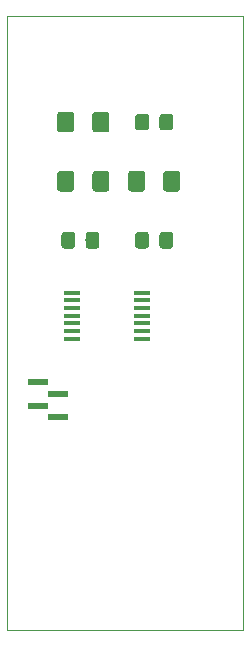
<source format=gbr>
G04 #@! TF.GenerationSoftware,KiCad,Pcbnew,(5.0.0)*
G04 #@! TF.CreationDate,2018-11-30T23:52:53-03:00*
G04 #@! TF.ProjectId,TP_Final,54505F46696E616C2E6B696361645F70,1*
G04 #@! TF.SameCoordinates,Original*
G04 #@! TF.FileFunction,Paste,Top*
G04 #@! TF.FilePolarity,Positive*
%FSLAX46Y46*%
G04 Gerber Fmt 4.6, Leading zero omitted, Abs format (unit mm)*
G04 Created by KiCad (PCBNEW (5.0.0)) date 11/30/18 23:52:53*
%MOMM*%
%LPD*%
G01*
G04 APERTURE LIST*
%ADD10C,0.100000*%
%ADD11R,1.450000X0.450000*%
%ADD12C,1.425000*%
%ADD13R,1.750000X0.600000*%
%ADD14C,1.150000*%
G04 APERTURE END LIST*
D10*
X167000000Y-44000000D02*
X147000000Y-44000000D01*
X167000000Y-96000000D02*
X167000000Y-44000000D01*
X147000000Y-96000000D02*
X167000000Y-96000000D01*
X147000000Y-44000000D02*
X147000000Y-96000000D01*
D11*
G04 #@! TO.C,U1*
X158437801Y-67432901D03*
X158437801Y-68082901D03*
X158437801Y-68732901D03*
X158437801Y-69382901D03*
X158437801Y-70032901D03*
X158437801Y-70682901D03*
X158437801Y-71332901D03*
X152537801Y-71332901D03*
X152537801Y-70682901D03*
X152537801Y-70032901D03*
X152537801Y-69382901D03*
X152537801Y-68732901D03*
X152537801Y-68082901D03*
X152537801Y-67432901D03*
G04 #@! TD*
D10*
G04 #@! TO.C,C1*
G36*
X155474504Y-52126204D02*
X155498773Y-52129804D01*
X155522571Y-52135765D01*
X155545671Y-52144030D01*
X155567849Y-52154520D01*
X155588893Y-52167133D01*
X155608598Y-52181747D01*
X155626777Y-52198223D01*
X155643253Y-52216402D01*
X155657867Y-52236107D01*
X155670480Y-52257151D01*
X155680970Y-52279329D01*
X155689235Y-52302429D01*
X155695196Y-52326227D01*
X155698796Y-52350496D01*
X155700000Y-52375000D01*
X155700000Y-53625000D01*
X155698796Y-53649504D01*
X155695196Y-53673773D01*
X155689235Y-53697571D01*
X155680970Y-53720671D01*
X155670480Y-53742849D01*
X155657867Y-53763893D01*
X155643253Y-53783598D01*
X155626777Y-53801777D01*
X155608598Y-53818253D01*
X155588893Y-53832867D01*
X155567849Y-53845480D01*
X155545671Y-53855970D01*
X155522571Y-53864235D01*
X155498773Y-53870196D01*
X155474504Y-53873796D01*
X155450000Y-53875000D01*
X154525000Y-53875000D01*
X154500496Y-53873796D01*
X154476227Y-53870196D01*
X154452429Y-53864235D01*
X154429329Y-53855970D01*
X154407151Y-53845480D01*
X154386107Y-53832867D01*
X154366402Y-53818253D01*
X154348223Y-53801777D01*
X154331747Y-53783598D01*
X154317133Y-53763893D01*
X154304520Y-53742849D01*
X154294030Y-53720671D01*
X154285765Y-53697571D01*
X154279804Y-53673773D01*
X154276204Y-53649504D01*
X154275000Y-53625000D01*
X154275000Y-52375000D01*
X154276204Y-52350496D01*
X154279804Y-52326227D01*
X154285765Y-52302429D01*
X154294030Y-52279329D01*
X154304520Y-52257151D01*
X154317133Y-52236107D01*
X154331747Y-52216402D01*
X154348223Y-52198223D01*
X154366402Y-52181747D01*
X154386107Y-52167133D01*
X154407151Y-52154520D01*
X154429329Y-52144030D01*
X154452429Y-52135765D01*
X154476227Y-52129804D01*
X154500496Y-52126204D01*
X154525000Y-52125000D01*
X155450000Y-52125000D01*
X155474504Y-52126204D01*
X155474504Y-52126204D01*
G37*
D12*
X154987500Y-53000000D03*
D10*
G36*
X152499504Y-52126204D02*
X152523773Y-52129804D01*
X152547571Y-52135765D01*
X152570671Y-52144030D01*
X152592849Y-52154520D01*
X152613893Y-52167133D01*
X152633598Y-52181747D01*
X152651777Y-52198223D01*
X152668253Y-52216402D01*
X152682867Y-52236107D01*
X152695480Y-52257151D01*
X152705970Y-52279329D01*
X152714235Y-52302429D01*
X152720196Y-52326227D01*
X152723796Y-52350496D01*
X152725000Y-52375000D01*
X152725000Y-53625000D01*
X152723796Y-53649504D01*
X152720196Y-53673773D01*
X152714235Y-53697571D01*
X152705970Y-53720671D01*
X152695480Y-53742849D01*
X152682867Y-53763893D01*
X152668253Y-53783598D01*
X152651777Y-53801777D01*
X152633598Y-53818253D01*
X152613893Y-53832867D01*
X152592849Y-53845480D01*
X152570671Y-53855970D01*
X152547571Y-53864235D01*
X152523773Y-53870196D01*
X152499504Y-53873796D01*
X152475000Y-53875000D01*
X151550000Y-53875000D01*
X151525496Y-53873796D01*
X151501227Y-53870196D01*
X151477429Y-53864235D01*
X151454329Y-53855970D01*
X151432151Y-53845480D01*
X151411107Y-53832867D01*
X151391402Y-53818253D01*
X151373223Y-53801777D01*
X151356747Y-53783598D01*
X151342133Y-53763893D01*
X151329520Y-53742849D01*
X151319030Y-53720671D01*
X151310765Y-53697571D01*
X151304804Y-53673773D01*
X151301204Y-53649504D01*
X151300000Y-53625000D01*
X151300000Y-52375000D01*
X151301204Y-52350496D01*
X151304804Y-52326227D01*
X151310765Y-52302429D01*
X151319030Y-52279329D01*
X151329520Y-52257151D01*
X151342133Y-52236107D01*
X151356747Y-52216402D01*
X151373223Y-52198223D01*
X151391402Y-52181747D01*
X151411107Y-52167133D01*
X151432151Y-52154520D01*
X151454329Y-52144030D01*
X151477429Y-52135765D01*
X151501227Y-52129804D01*
X151525496Y-52126204D01*
X151550000Y-52125000D01*
X152475000Y-52125000D01*
X152499504Y-52126204D01*
X152499504Y-52126204D01*
G37*
D12*
X152012500Y-53000000D03*
G04 #@! TD*
D10*
G04 #@! TO.C,C2*
G36*
X161474504Y-57126204D02*
X161498773Y-57129804D01*
X161522571Y-57135765D01*
X161545671Y-57144030D01*
X161567849Y-57154520D01*
X161588893Y-57167133D01*
X161608598Y-57181747D01*
X161626777Y-57198223D01*
X161643253Y-57216402D01*
X161657867Y-57236107D01*
X161670480Y-57257151D01*
X161680970Y-57279329D01*
X161689235Y-57302429D01*
X161695196Y-57326227D01*
X161698796Y-57350496D01*
X161700000Y-57375000D01*
X161700000Y-58625000D01*
X161698796Y-58649504D01*
X161695196Y-58673773D01*
X161689235Y-58697571D01*
X161680970Y-58720671D01*
X161670480Y-58742849D01*
X161657867Y-58763893D01*
X161643253Y-58783598D01*
X161626777Y-58801777D01*
X161608598Y-58818253D01*
X161588893Y-58832867D01*
X161567849Y-58845480D01*
X161545671Y-58855970D01*
X161522571Y-58864235D01*
X161498773Y-58870196D01*
X161474504Y-58873796D01*
X161450000Y-58875000D01*
X160525000Y-58875000D01*
X160500496Y-58873796D01*
X160476227Y-58870196D01*
X160452429Y-58864235D01*
X160429329Y-58855970D01*
X160407151Y-58845480D01*
X160386107Y-58832867D01*
X160366402Y-58818253D01*
X160348223Y-58801777D01*
X160331747Y-58783598D01*
X160317133Y-58763893D01*
X160304520Y-58742849D01*
X160294030Y-58720671D01*
X160285765Y-58697571D01*
X160279804Y-58673773D01*
X160276204Y-58649504D01*
X160275000Y-58625000D01*
X160275000Y-57375000D01*
X160276204Y-57350496D01*
X160279804Y-57326227D01*
X160285765Y-57302429D01*
X160294030Y-57279329D01*
X160304520Y-57257151D01*
X160317133Y-57236107D01*
X160331747Y-57216402D01*
X160348223Y-57198223D01*
X160366402Y-57181747D01*
X160386107Y-57167133D01*
X160407151Y-57154520D01*
X160429329Y-57144030D01*
X160452429Y-57135765D01*
X160476227Y-57129804D01*
X160500496Y-57126204D01*
X160525000Y-57125000D01*
X161450000Y-57125000D01*
X161474504Y-57126204D01*
X161474504Y-57126204D01*
G37*
D12*
X160987500Y-58000000D03*
D10*
G36*
X158499504Y-57126204D02*
X158523773Y-57129804D01*
X158547571Y-57135765D01*
X158570671Y-57144030D01*
X158592849Y-57154520D01*
X158613893Y-57167133D01*
X158633598Y-57181747D01*
X158651777Y-57198223D01*
X158668253Y-57216402D01*
X158682867Y-57236107D01*
X158695480Y-57257151D01*
X158705970Y-57279329D01*
X158714235Y-57302429D01*
X158720196Y-57326227D01*
X158723796Y-57350496D01*
X158725000Y-57375000D01*
X158725000Y-58625000D01*
X158723796Y-58649504D01*
X158720196Y-58673773D01*
X158714235Y-58697571D01*
X158705970Y-58720671D01*
X158695480Y-58742849D01*
X158682867Y-58763893D01*
X158668253Y-58783598D01*
X158651777Y-58801777D01*
X158633598Y-58818253D01*
X158613893Y-58832867D01*
X158592849Y-58845480D01*
X158570671Y-58855970D01*
X158547571Y-58864235D01*
X158523773Y-58870196D01*
X158499504Y-58873796D01*
X158475000Y-58875000D01*
X157550000Y-58875000D01*
X157525496Y-58873796D01*
X157501227Y-58870196D01*
X157477429Y-58864235D01*
X157454329Y-58855970D01*
X157432151Y-58845480D01*
X157411107Y-58832867D01*
X157391402Y-58818253D01*
X157373223Y-58801777D01*
X157356747Y-58783598D01*
X157342133Y-58763893D01*
X157329520Y-58742849D01*
X157319030Y-58720671D01*
X157310765Y-58697571D01*
X157304804Y-58673773D01*
X157301204Y-58649504D01*
X157300000Y-58625000D01*
X157300000Y-57375000D01*
X157301204Y-57350496D01*
X157304804Y-57326227D01*
X157310765Y-57302429D01*
X157319030Y-57279329D01*
X157329520Y-57257151D01*
X157342133Y-57236107D01*
X157356747Y-57216402D01*
X157373223Y-57198223D01*
X157391402Y-57181747D01*
X157411107Y-57167133D01*
X157432151Y-57154520D01*
X157454329Y-57144030D01*
X157477429Y-57135765D01*
X157501227Y-57129804D01*
X157525496Y-57126204D01*
X157550000Y-57125000D01*
X158475000Y-57125000D01*
X158499504Y-57126204D01*
X158499504Y-57126204D01*
G37*
D12*
X158012500Y-58000000D03*
G04 #@! TD*
D10*
G04 #@! TO.C,C3*
G36*
X152499504Y-57126204D02*
X152523773Y-57129804D01*
X152547571Y-57135765D01*
X152570671Y-57144030D01*
X152592849Y-57154520D01*
X152613893Y-57167133D01*
X152633598Y-57181747D01*
X152651777Y-57198223D01*
X152668253Y-57216402D01*
X152682867Y-57236107D01*
X152695480Y-57257151D01*
X152705970Y-57279329D01*
X152714235Y-57302429D01*
X152720196Y-57326227D01*
X152723796Y-57350496D01*
X152725000Y-57375000D01*
X152725000Y-58625000D01*
X152723796Y-58649504D01*
X152720196Y-58673773D01*
X152714235Y-58697571D01*
X152705970Y-58720671D01*
X152695480Y-58742849D01*
X152682867Y-58763893D01*
X152668253Y-58783598D01*
X152651777Y-58801777D01*
X152633598Y-58818253D01*
X152613893Y-58832867D01*
X152592849Y-58845480D01*
X152570671Y-58855970D01*
X152547571Y-58864235D01*
X152523773Y-58870196D01*
X152499504Y-58873796D01*
X152475000Y-58875000D01*
X151550000Y-58875000D01*
X151525496Y-58873796D01*
X151501227Y-58870196D01*
X151477429Y-58864235D01*
X151454329Y-58855970D01*
X151432151Y-58845480D01*
X151411107Y-58832867D01*
X151391402Y-58818253D01*
X151373223Y-58801777D01*
X151356747Y-58783598D01*
X151342133Y-58763893D01*
X151329520Y-58742849D01*
X151319030Y-58720671D01*
X151310765Y-58697571D01*
X151304804Y-58673773D01*
X151301204Y-58649504D01*
X151300000Y-58625000D01*
X151300000Y-57375000D01*
X151301204Y-57350496D01*
X151304804Y-57326227D01*
X151310765Y-57302429D01*
X151319030Y-57279329D01*
X151329520Y-57257151D01*
X151342133Y-57236107D01*
X151356747Y-57216402D01*
X151373223Y-57198223D01*
X151391402Y-57181747D01*
X151411107Y-57167133D01*
X151432151Y-57154520D01*
X151454329Y-57144030D01*
X151477429Y-57135765D01*
X151501227Y-57129804D01*
X151525496Y-57126204D01*
X151550000Y-57125000D01*
X152475000Y-57125000D01*
X152499504Y-57126204D01*
X152499504Y-57126204D01*
G37*
D12*
X152012500Y-58000000D03*
D10*
G36*
X155474504Y-57126204D02*
X155498773Y-57129804D01*
X155522571Y-57135765D01*
X155545671Y-57144030D01*
X155567849Y-57154520D01*
X155588893Y-57167133D01*
X155608598Y-57181747D01*
X155626777Y-57198223D01*
X155643253Y-57216402D01*
X155657867Y-57236107D01*
X155670480Y-57257151D01*
X155680970Y-57279329D01*
X155689235Y-57302429D01*
X155695196Y-57326227D01*
X155698796Y-57350496D01*
X155700000Y-57375000D01*
X155700000Y-58625000D01*
X155698796Y-58649504D01*
X155695196Y-58673773D01*
X155689235Y-58697571D01*
X155680970Y-58720671D01*
X155670480Y-58742849D01*
X155657867Y-58763893D01*
X155643253Y-58783598D01*
X155626777Y-58801777D01*
X155608598Y-58818253D01*
X155588893Y-58832867D01*
X155567849Y-58845480D01*
X155545671Y-58855970D01*
X155522571Y-58864235D01*
X155498773Y-58870196D01*
X155474504Y-58873796D01*
X155450000Y-58875000D01*
X154525000Y-58875000D01*
X154500496Y-58873796D01*
X154476227Y-58870196D01*
X154452429Y-58864235D01*
X154429329Y-58855970D01*
X154407151Y-58845480D01*
X154386107Y-58832867D01*
X154366402Y-58818253D01*
X154348223Y-58801777D01*
X154331747Y-58783598D01*
X154317133Y-58763893D01*
X154304520Y-58742849D01*
X154294030Y-58720671D01*
X154285765Y-58697571D01*
X154279804Y-58673773D01*
X154276204Y-58649504D01*
X154275000Y-58625000D01*
X154275000Y-57375000D01*
X154276204Y-57350496D01*
X154279804Y-57326227D01*
X154285765Y-57302429D01*
X154294030Y-57279329D01*
X154304520Y-57257151D01*
X154317133Y-57236107D01*
X154331747Y-57216402D01*
X154348223Y-57198223D01*
X154366402Y-57181747D01*
X154386107Y-57167133D01*
X154407151Y-57154520D01*
X154429329Y-57144030D01*
X154452429Y-57135765D01*
X154476227Y-57129804D01*
X154500496Y-57126204D01*
X154525000Y-57125000D01*
X155450000Y-57125000D01*
X155474504Y-57126204D01*
X155474504Y-57126204D01*
G37*
D12*
X154987500Y-58000000D03*
G04 #@! TD*
D13*
G04 #@! TO.C,J4*
X149625000Y-75000000D03*
X149625000Y-77000000D03*
X151375000Y-76000000D03*
X151375000Y-78000000D03*
G04 #@! TD*
D10*
G04 #@! TO.C,R1*
G36*
X160874505Y-52301204D02*
X160898773Y-52304804D01*
X160922572Y-52310765D01*
X160945671Y-52319030D01*
X160967850Y-52329520D01*
X160988893Y-52342132D01*
X161008599Y-52356747D01*
X161026777Y-52373223D01*
X161043253Y-52391401D01*
X161057868Y-52411107D01*
X161070480Y-52432150D01*
X161080970Y-52454329D01*
X161089235Y-52477428D01*
X161095196Y-52501227D01*
X161098796Y-52525495D01*
X161100000Y-52549999D01*
X161100000Y-53450001D01*
X161098796Y-53474505D01*
X161095196Y-53498773D01*
X161089235Y-53522572D01*
X161080970Y-53545671D01*
X161070480Y-53567850D01*
X161057868Y-53588893D01*
X161043253Y-53608599D01*
X161026777Y-53626777D01*
X161008599Y-53643253D01*
X160988893Y-53657868D01*
X160967850Y-53670480D01*
X160945671Y-53680970D01*
X160922572Y-53689235D01*
X160898773Y-53695196D01*
X160874505Y-53698796D01*
X160850001Y-53700000D01*
X160199999Y-53700000D01*
X160175495Y-53698796D01*
X160151227Y-53695196D01*
X160127428Y-53689235D01*
X160104329Y-53680970D01*
X160082150Y-53670480D01*
X160061107Y-53657868D01*
X160041401Y-53643253D01*
X160023223Y-53626777D01*
X160006747Y-53608599D01*
X159992132Y-53588893D01*
X159979520Y-53567850D01*
X159969030Y-53545671D01*
X159960765Y-53522572D01*
X159954804Y-53498773D01*
X159951204Y-53474505D01*
X159950000Y-53450001D01*
X159950000Y-52549999D01*
X159951204Y-52525495D01*
X159954804Y-52501227D01*
X159960765Y-52477428D01*
X159969030Y-52454329D01*
X159979520Y-52432150D01*
X159992132Y-52411107D01*
X160006747Y-52391401D01*
X160023223Y-52373223D01*
X160041401Y-52356747D01*
X160061107Y-52342132D01*
X160082150Y-52329520D01*
X160104329Y-52319030D01*
X160127428Y-52310765D01*
X160151227Y-52304804D01*
X160175495Y-52301204D01*
X160199999Y-52300000D01*
X160850001Y-52300000D01*
X160874505Y-52301204D01*
X160874505Y-52301204D01*
G37*
D14*
X160525000Y-53000000D03*
D10*
G36*
X158824505Y-52301204D02*
X158848773Y-52304804D01*
X158872572Y-52310765D01*
X158895671Y-52319030D01*
X158917850Y-52329520D01*
X158938893Y-52342132D01*
X158958599Y-52356747D01*
X158976777Y-52373223D01*
X158993253Y-52391401D01*
X159007868Y-52411107D01*
X159020480Y-52432150D01*
X159030970Y-52454329D01*
X159039235Y-52477428D01*
X159045196Y-52501227D01*
X159048796Y-52525495D01*
X159050000Y-52549999D01*
X159050000Y-53450001D01*
X159048796Y-53474505D01*
X159045196Y-53498773D01*
X159039235Y-53522572D01*
X159030970Y-53545671D01*
X159020480Y-53567850D01*
X159007868Y-53588893D01*
X158993253Y-53608599D01*
X158976777Y-53626777D01*
X158958599Y-53643253D01*
X158938893Y-53657868D01*
X158917850Y-53670480D01*
X158895671Y-53680970D01*
X158872572Y-53689235D01*
X158848773Y-53695196D01*
X158824505Y-53698796D01*
X158800001Y-53700000D01*
X158149999Y-53700000D01*
X158125495Y-53698796D01*
X158101227Y-53695196D01*
X158077428Y-53689235D01*
X158054329Y-53680970D01*
X158032150Y-53670480D01*
X158011107Y-53657868D01*
X157991401Y-53643253D01*
X157973223Y-53626777D01*
X157956747Y-53608599D01*
X157942132Y-53588893D01*
X157929520Y-53567850D01*
X157919030Y-53545671D01*
X157910765Y-53522572D01*
X157904804Y-53498773D01*
X157901204Y-53474505D01*
X157900000Y-53450001D01*
X157900000Y-52549999D01*
X157901204Y-52525495D01*
X157904804Y-52501227D01*
X157910765Y-52477428D01*
X157919030Y-52454329D01*
X157929520Y-52432150D01*
X157942132Y-52411107D01*
X157956747Y-52391401D01*
X157973223Y-52373223D01*
X157991401Y-52356747D01*
X158011107Y-52342132D01*
X158032150Y-52329520D01*
X158054329Y-52319030D01*
X158077428Y-52310765D01*
X158101227Y-52304804D01*
X158125495Y-52301204D01*
X158149999Y-52300000D01*
X158800001Y-52300000D01*
X158824505Y-52301204D01*
X158824505Y-52301204D01*
G37*
D14*
X158475000Y-53000000D03*
G04 #@! TD*
D10*
G04 #@! TO.C,R2*
G36*
X160874505Y-62301204D02*
X160898773Y-62304804D01*
X160922572Y-62310765D01*
X160945671Y-62319030D01*
X160967850Y-62329520D01*
X160988893Y-62342132D01*
X161008599Y-62356747D01*
X161026777Y-62373223D01*
X161043253Y-62391401D01*
X161057868Y-62411107D01*
X161070480Y-62432150D01*
X161080970Y-62454329D01*
X161089235Y-62477428D01*
X161095196Y-62501227D01*
X161098796Y-62525495D01*
X161100000Y-62549999D01*
X161100000Y-63450001D01*
X161098796Y-63474505D01*
X161095196Y-63498773D01*
X161089235Y-63522572D01*
X161080970Y-63545671D01*
X161070480Y-63567850D01*
X161057868Y-63588893D01*
X161043253Y-63608599D01*
X161026777Y-63626777D01*
X161008599Y-63643253D01*
X160988893Y-63657868D01*
X160967850Y-63670480D01*
X160945671Y-63680970D01*
X160922572Y-63689235D01*
X160898773Y-63695196D01*
X160874505Y-63698796D01*
X160850001Y-63700000D01*
X160199999Y-63700000D01*
X160175495Y-63698796D01*
X160151227Y-63695196D01*
X160127428Y-63689235D01*
X160104329Y-63680970D01*
X160082150Y-63670480D01*
X160061107Y-63657868D01*
X160041401Y-63643253D01*
X160023223Y-63626777D01*
X160006747Y-63608599D01*
X159992132Y-63588893D01*
X159979520Y-63567850D01*
X159969030Y-63545671D01*
X159960765Y-63522572D01*
X159954804Y-63498773D01*
X159951204Y-63474505D01*
X159950000Y-63450001D01*
X159950000Y-62549999D01*
X159951204Y-62525495D01*
X159954804Y-62501227D01*
X159960765Y-62477428D01*
X159969030Y-62454329D01*
X159979520Y-62432150D01*
X159992132Y-62411107D01*
X160006747Y-62391401D01*
X160023223Y-62373223D01*
X160041401Y-62356747D01*
X160061107Y-62342132D01*
X160082150Y-62329520D01*
X160104329Y-62319030D01*
X160127428Y-62310765D01*
X160151227Y-62304804D01*
X160175495Y-62301204D01*
X160199999Y-62300000D01*
X160850001Y-62300000D01*
X160874505Y-62301204D01*
X160874505Y-62301204D01*
G37*
D14*
X160525000Y-63000000D03*
D10*
G36*
X158824505Y-62301204D02*
X158848773Y-62304804D01*
X158872572Y-62310765D01*
X158895671Y-62319030D01*
X158917850Y-62329520D01*
X158938893Y-62342132D01*
X158958599Y-62356747D01*
X158976777Y-62373223D01*
X158993253Y-62391401D01*
X159007868Y-62411107D01*
X159020480Y-62432150D01*
X159030970Y-62454329D01*
X159039235Y-62477428D01*
X159045196Y-62501227D01*
X159048796Y-62525495D01*
X159050000Y-62549999D01*
X159050000Y-63450001D01*
X159048796Y-63474505D01*
X159045196Y-63498773D01*
X159039235Y-63522572D01*
X159030970Y-63545671D01*
X159020480Y-63567850D01*
X159007868Y-63588893D01*
X158993253Y-63608599D01*
X158976777Y-63626777D01*
X158958599Y-63643253D01*
X158938893Y-63657868D01*
X158917850Y-63670480D01*
X158895671Y-63680970D01*
X158872572Y-63689235D01*
X158848773Y-63695196D01*
X158824505Y-63698796D01*
X158800001Y-63700000D01*
X158149999Y-63700000D01*
X158125495Y-63698796D01*
X158101227Y-63695196D01*
X158077428Y-63689235D01*
X158054329Y-63680970D01*
X158032150Y-63670480D01*
X158011107Y-63657868D01*
X157991401Y-63643253D01*
X157973223Y-63626777D01*
X157956747Y-63608599D01*
X157942132Y-63588893D01*
X157929520Y-63567850D01*
X157919030Y-63545671D01*
X157910765Y-63522572D01*
X157904804Y-63498773D01*
X157901204Y-63474505D01*
X157900000Y-63450001D01*
X157900000Y-62549999D01*
X157901204Y-62525495D01*
X157904804Y-62501227D01*
X157910765Y-62477428D01*
X157919030Y-62454329D01*
X157929520Y-62432150D01*
X157942132Y-62411107D01*
X157956747Y-62391401D01*
X157973223Y-62373223D01*
X157991401Y-62356747D01*
X158011107Y-62342132D01*
X158032150Y-62329520D01*
X158054329Y-62319030D01*
X158077428Y-62310765D01*
X158101227Y-62304804D01*
X158125495Y-62301204D01*
X158149999Y-62300000D01*
X158800001Y-62300000D01*
X158824505Y-62301204D01*
X158824505Y-62301204D01*
G37*
D14*
X158475000Y-63000000D03*
G04 #@! TD*
D10*
G04 #@! TO.C,R3*
G36*
X152574505Y-62301204D02*
X152598773Y-62304804D01*
X152622572Y-62310765D01*
X152645671Y-62319030D01*
X152667850Y-62329520D01*
X152688893Y-62342132D01*
X152708599Y-62356747D01*
X152726777Y-62373223D01*
X152743253Y-62391401D01*
X152757868Y-62411107D01*
X152770480Y-62432150D01*
X152780970Y-62454329D01*
X152789235Y-62477428D01*
X152795196Y-62501227D01*
X152798796Y-62525495D01*
X152800000Y-62549999D01*
X152800000Y-63450001D01*
X152798796Y-63474505D01*
X152795196Y-63498773D01*
X152789235Y-63522572D01*
X152780970Y-63545671D01*
X152770480Y-63567850D01*
X152757868Y-63588893D01*
X152743253Y-63608599D01*
X152726777Y-63626777D01*
X152708599Y-63643253D01*
X152688893Y-63657868D01*
X152667850Y-63670480D01*
X152645671Y-63680970D01*
X152622572Y-63689235D01*
X152598773Y-63695196D01*
X152574505Y-63698796D01*
X152550001Y-63700000D01*
X151899999Y-63700000D01*
X151875495Y-63698796D01*
X151851227Y-63695196D01*
X151827428Y-63689235D01*
X151804329Y-63680970D01*
X151782150Y-63670480D01*
X151761107Y-63657868D01*
X151741401Y-63643253D01*
X151723223Y-63626777D01*
X151706747Y-63608599D01*
X151692132Y-63588893D01*
X151679520Y-63567850D01*
X151669030Y-63545671D01*
X151660765Y-63522572D01*
X151654804Y-63498773D01*
X151651204Y-63474505D01*
X151650000Y-63450001D01*
X151650000Y-62549999D01*
X151651204Y-62525495D01*
X151654804Y-62501227D01*
X151660765Y-62477428D01*
X151669030Y-62454329D01*
X151679520Y-62432150D01*
X151692132Y-62411107D01*
X151706747Y-62391401D01*
X151723223Y-62373223D01*
X151741401Y-62356747D01*
X151761107Y-62342132D01*
X151782150Y-62329520D01*
X151804329Y-62319030D01*
X151827428Y-62310765D01*
X151851227Y-62304804D01*
X151875495Y-62301204D01*
X151899999Y-62300000D01*
X152550001Y-62300000D01*
X152574505Y-62301204D01*
X152574505Y-62301204D01*
G37*
D14*
X152225000Y-63000000D03*
D10*
G36*
X154624505Y-62301204D02*
X154648773Y-62304804D01*
X154672572Y-62310765D01*
X154695671Y-62319030D01*
X154717850Y-62329520D01*
X154738893Y-62342132D01*
X154758599Y-62356747D01*
X154776777Y-62373223D01*
X154793253Y-62391401D01*
X154807868Y-62411107D01*
X154820480Y-62432150D01*
X154830970Y-62454329D01*
X154839235Y-62477428D01*
X154845196Y-62501227D01*
X154848796Y-62525495D01*
X154850000Y-62549999D01*
X154850000Y-63450001D01*
X154848796Y-63474505D01*
X154845196Y-63498773D01*
X154839235Y-63522572D01*
X154830970Y-63545671D01*
X154820480Y-63567850D01*
X154807868Y-63588893D01*
X154793253Y-63608599D01*
X154776777Y-63626777D01*
X154758599Y-63643253D01*
X154738893Y-63657868D01*
X154717850Y-63670480D01*
X154695671Y-63680970D01*
X154672572Y-63689235D01*
X154648773Y-63695196D01*
X154624505Y-63698796D01*
X154600001Y-63700000D01*
X153949999Y-63700000D01*
X153925495Y-63698796D01*
X153901227Y-63695196D01*
X153877428Y-63689235D01*
X153854329Y-63680970D01*
X153832150Y-63670480D01*
X153811107Y-63657868D01*
X153791401Y-63643253D01*
X153773223Y-63626777D01*
X153756747Y-63608599D01*
X153742132Y-63588893D01*
X153729520Y-63567850D01*
X153719030Y-63545671D01*
X153710765Y-63522572D01*
X153704804Y-63498773D01*
X153701204Y-63474505D01*
X153700000Y-63450001D01*
X153700000Y-62549999D01*
X153701204Y-62525495D01*
X153704804Y-62501227D01*
X153710765Y-62477428D01*
X153719030Y-62454329D01*
X153729520Y-62432150D01*
X153742132Y-62411107D01*
X153756747Y-62391401D01*
X153773223Y-62373223D01*
X153791401Y-62356747D01*
X153811107Y-62342132D01*
X153832150Y-62329520D01*
X153854329Y-62319030D01*
X153877428Y-62310765D01*
X153901227Y-62304804D01*
X153925495Y-62301204D01*
X153949999Y-62300000D01*
X154600001Y-62300000D01*
X154624505Y-62301204D01*
X154624505Y-62301204D01*
G37*
D14*
X154275000Y-63000000D03*
G04 #@! TD*
M02*

</source>
